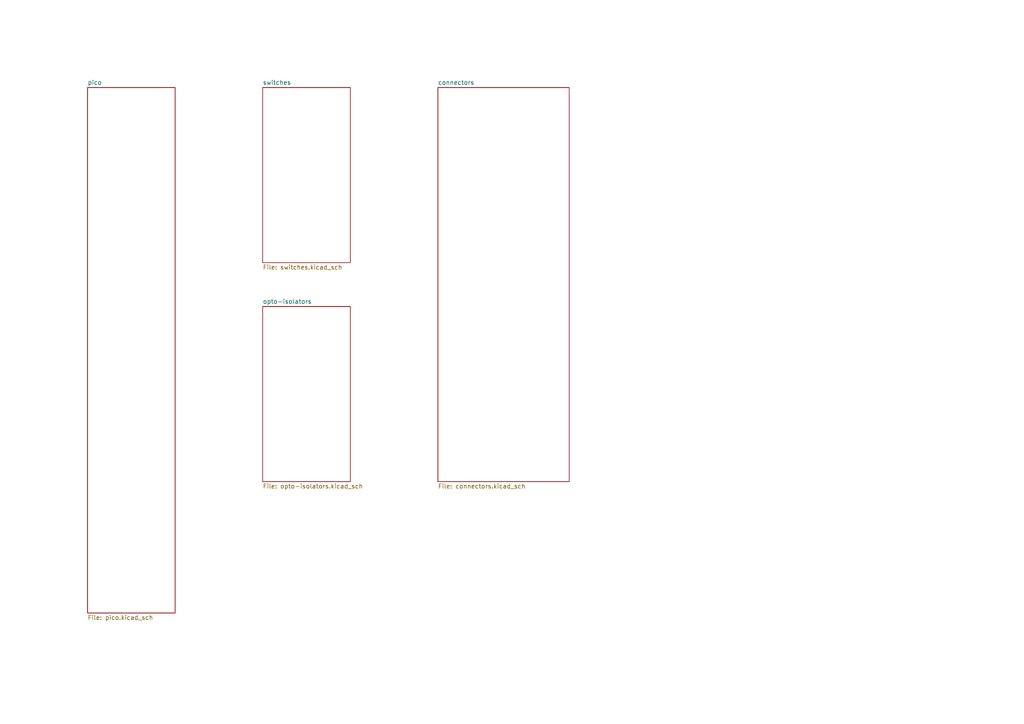
<source format=kicad_sch>
(kicad_sch
	(version 20231120)
	(generator "eeschema")
	(generator_version "8.0")
	(uuid "e5df92b1-e048-41e8-96e5-ed9a12dbef0e")
	(paper "A4")
	(title_block
		(title "klipper-switch")
		(rev "V 1.0")
	)
	(lib_symbols)
	(sheet
		(at 25.4 25.4)
		(size 25.4 152.4)
		(fields_autoplaced yes)
		(stroke
			(width 0.1524)
			(type solid)
		)
		(fill
			(color 0 0 0 0.0000)
		)
		(uuid "8040985a-5eaa-4ffd-a81f-f30f9f1fb608")
		(property "Sheetname" "pico"
			(at 25.4 24.6884 0)
			(effects
				(font
					(size 1.27 1.27)
				)
				(justify left bottom)
			)
		)
		(property "Sheetfile" "pico.kicad_sch"
			(at 25.4 178.3846 0)
			(effects
				(font
					(size 1.27 1.27)
				)
				(justify left top)
			)
		)
		(instances
			(project "klipper-switch"
				(path "/e5df92b1-e048-41e8-96e5-ed9a12dbef0e"
					(page "2")
				)
			)
		)
	)
	(sheet
		(at 127 25.4)
		(size 38.1 114.3)
		(fields_autoplaced yes)
		(stroke
			(width 0.1524)
			(type solid)
		)
		(fill
			(color 0 0 0 0.0000)
		)
		(uuid "90668f02-67a5-40c7-9a80-63d16eb24585")
		(property "Sheetname" "connectors"
			(at 127 24.6884 0)
			(effects
				(font
					(size 1.27 1.27)
				)
				(justify left bottom)
			)
		)
		(property "Sheetfile" "connectors.kicad_sch"
			(at 127 140.2846 0)
			(effects
				(font
					(size 1.27 1.27)
				)
				(justify left top)
			)
		)
		(instances
			(project "klipper-switch"
				(path "/e5df92b1-e048-41e8-96e5-ed9a12dbef0e"
					(page "5")
				)
			)
		)
	)
	(sheet
		(at 76.2 88.9)
		(size 25.4 50.8)
		(fields_autoplaced yes)
		(stroke
			(width 0.1524)
			(type solid)
		)
		(fill
			(color 0 0 0 0.0000)
		)
		(uuid "b0f08f3a-364c-4de3-9791-29197c17985e")
		(property "Sheetname" "opto-isolators"
			(at 76.2 88.1884 0)
			(effects
				(font
					(size 1.27 1.27)
				)
				(justify left bottom)
			)
		)
		(property "Sheetfile" "opto-isolators.kicad_sch"
			(at 76.2 140.2846 0)
			(effects
				(font
					(size 1.27 1.27)
				)
				(justify left top)
			)
		)
		(instances
			(project "klipper-switch"
				(path "/e5df92b1-e048-41e8-96e5-ed9a12dbef0e"
					(page "4")
				)
			)
		)
	)
	(sheet
		(at 76.2 25.4)
		(size 25.4 50.8)
		(fields_autoplaced yes)
		(stroke
			(width 0.1524)
			(type solid)
		)
		(fill
			(color 0 0 0 0.0000)
		)
		(uuid "e09baa11-0f0f-4a75-93cd-ed9c56dbfe89")
		(property "Sheetname" "switches"
			(at 76.2 24.6884 0)
			(effects
				(font
					(size 1.27 1.27)
				)
				(justify left bottom)
			)
		)
		(property "Sheetfile" "switches.kicad_sch"
			(at 76.2 76.7846 0)
			(effects
				(font
					(size 1.27 1.27)
				)
				(justify left top)
			)
		)
		(instances
			(project "klipper-switch"
				(path "/e5df92b1-e048-41e8-96e5-ed9a12dbef0e"
					(page "3")
				)
			)
		)
	)
	(sheet_instances
		(path "/"
			(page "1")
		)
	)
)

</source>
